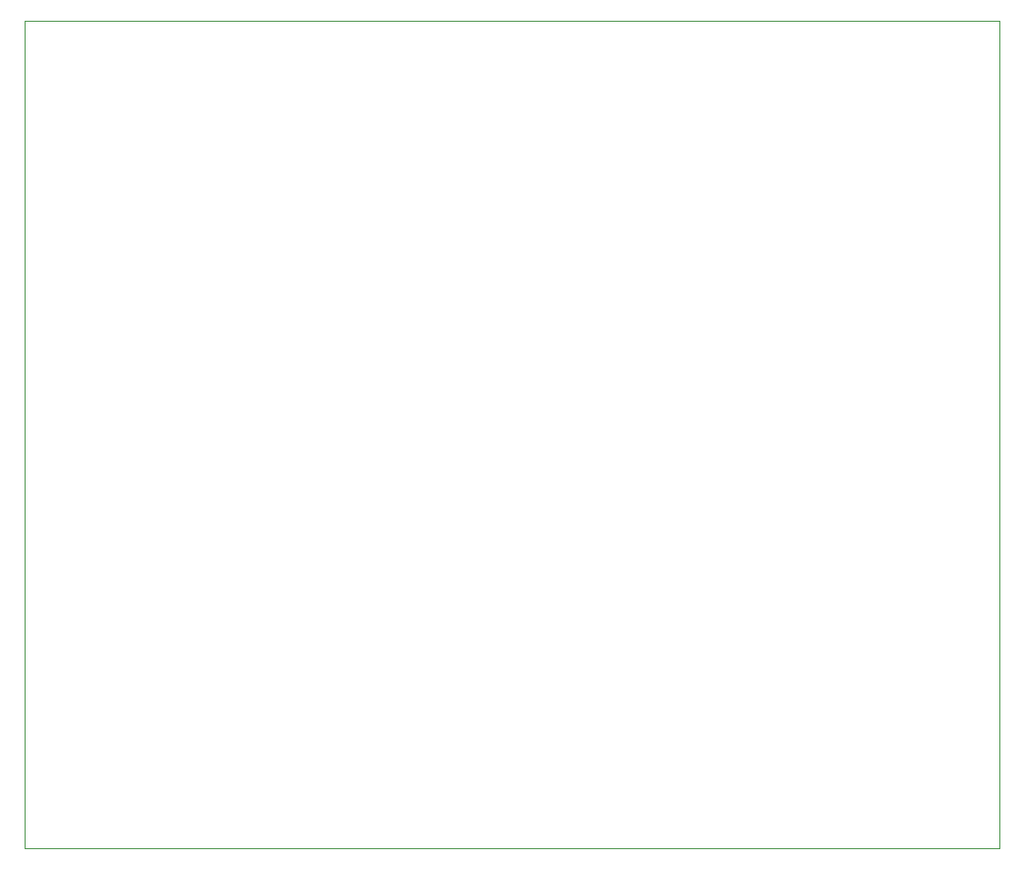
<source format=gbr>
%TF.GenerationSoftware,Altium Limited,Altium Designer,24.6.1 (21)*%
G04 Layer_Color=0*
%FSLAX45Y45*%
%MOMM*%
%TF.SameCoordinates,00C5B58C-7B9D-40F4-BCB4-C120E55E61B4*%
%TF.FilePolarity,Positive*%
%TF.FileFunction,Profile,NP*%
%TF.Part,Single*%
G01*
G75*
%TA.AperFunction,Profile*%
%ADD42C,0.02540*%
D42*
X2540000Y2540000D02*
X11260000D01*
Y9950000D01*
X2540000D01*
Y2540000D01*
%TF.MD5,d6925002014462701a0a8f63e8bd9efa*%
M02*

</source>
